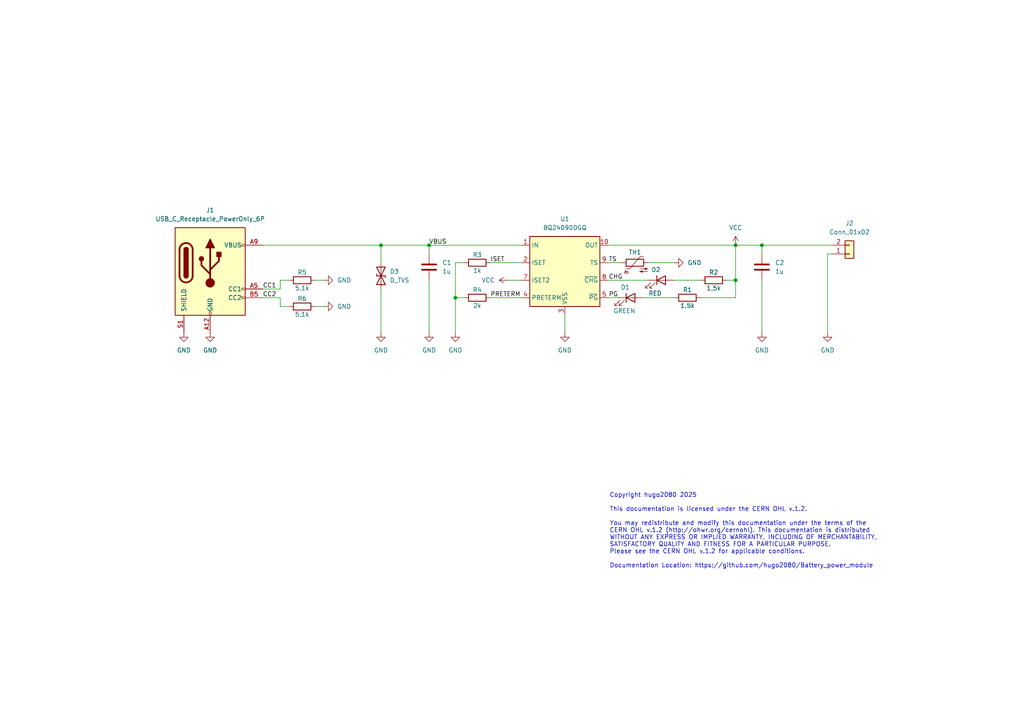
<source format=kicad_sch>
(kicad_sch (version 20250114) (generator "eeschema") (generator_version "9.0")
  (paper "A4")
  (title_block (title "Battery power module") (date "2025-11-26") (rev "1.0") (company "hugo2080"))
  (lib_symbols
    (symbol "Battery_Management:BQ24090DGQ"
      (property "Reference" "U" (at -9.398 13.462 0))
      (property "Value" "BQ24090DGQ" (at -3.81 11.43 0))
      (symbol "BQ24090DGQ_0_1"
        (rectangle (start -10.16 10.16) (end 10.16 -10.16) (stroke (width 0.254)) (fill (type background)))
      )
      (symbol "BQ24090DGQ_1_1"
        (pin power_in line (at -12.7 7.62 0) (length 2.54) (name "IN") (number "1"))
        (pin passive line (at -12.7 2.54 0) (length 2.54) (name "ISET") (number "2"))
        (pin passive line (at -12.7 -2.54 0) (length 2.54) (name "ISET2") (number "7"))
        (pin passive line (at -12.7 -7.62 0) (length 2.54) (name "PRETERM") (number "4"))
        (pin passive line (at 0 -12.7 90) (length 2.54) (hide yes) (name "VSS") (number "11"))
        (pin power_in line (at 0 -12.7 90) (length 2.54) (name "VSS") (number "3"))
        (pin no_connect line (at 5.08 -10.16 90) (length 2.54) (hide yes) (name "NC") (number "6"))
        (pin power_out line (at 12.7 7.62 180) (length 2.54) (name "OUT") (number "10"))
        (pin passive line (at 12.7 2.54 180) (length 2.54) (name "TS") (number "9"))
        (pin open_collector line (at 12.7 -2.54 180) (length 2.54) (name "~{CHG}") (number "8"))
        (pin open_collector line (at 12.7 -7.62 180) (length 2.54) (name "~{PG}") (number "5"))
      )
    )
    (symbol "Connector:USB_C_Receptacle_PowerOnly_6P" (pin_names (offset 1.016))
      (property "Reference" "J" (at 0 16.51 0))
      (property "Value" "USB_C_Receptacle_PowerOnly_6P" (at 0 13.97 0))
      (symbol "USB_C_Receptacle_PowerOnly_6P_0_0"
        (rectangle (start -0.254 -12.7) (end 0.254 -11.684))
        (rectangle (start 10.16 7.874) (end 9.144 7.366))
        (rectangle (start 10.16 -4.826) (end 9.144 -5.334))
        (rectangle (start 10.16 -7.366) (end 9.144 -7.874))
      )
      (symbol "USB_C_Receptacle_PowerOnly_6P_0_1"
        (rectangle (start -10.16 12.7) (end 10.16 -12.7) (stroke (width 0.254)) (fill (type background)))
        (polyline (pts (xy -8.89 -1.27) (xy -8.89 6.35)) (stroke (width 0.508)))
        (rectangle (start -7.62 -1.27) (end -6.35 6.35) (stroke (width 0.254)) (fill (type outline)))
        (arc (start -7.62 6.35) (mid -6.985 6.9823) (end -6.35 6.35) (stroke (width 0.254)))
        (arc (start -7.62 6.35) (mid -6.985 6.9823) (end -6.35 6.35) (stroke (width 0.254)) (fill (type outline)))
        (arc (start -8.89 6.35) (mid -6.985 8.2467) (end -5.08 6.35) (stroke (width 0.508)))
        (arc (start -5.08 -1.27) (mid -6.985 -3.1667) (end -8.89 -1.27) (stroke (width 0.508)))
        (arc (start -6.35 -1.27) (mid -6.985 -1.9023) (end -7.62 -1.27) (stroke (width 0.254)))
        (arc (start -6.35 -1.27) (mid -6.985 -1.9023) (end -7.62 -1.27) (stroke (width 0.254)) (fill (type outline)))
        (polyline (pts (xy -5.08 6.35) (xy -5.08 -1.27)) (stroke (width 0.508)))
        (circle (center -2.54 3.683) (radius 0.635) (stroke (width 0.254)) (fill (type outline)))
        (polyline (pts (xy -1.27 6.858) (xy 0 9.398) (xy 1.27 6.858) (xy -1.27 6.858)) (stroke (width 0.254)) (fill (type outline)))
        (polyline (pts (xy 0 0.508) (xy 2.54 3.048) (xy 2.54 4.318)) (stroke (width 0.508)))
        (polyline (pts (xy 0 -0.762) (xy -2.54 1.778) (xy -2.54 3.048)) (stroke (width 0.508)))
        (polyline (pts (xy 0 -3.302) (xy 0 6.858)) (stroke (width 0.508)))
        (circle (center 0 -3.302) (radius 1.27) (fill (type outline)))
        (rectangle (start 1.905 4.318) (end 3.175 5.588) (stroke (width 0.254)) (fill (type outline)))
      )
      (symbol "USB_C_Receptacle_PowerOnly_6P_1_1"
        (pin passive line (at -7.62 -17.78 90) (length 5.08) (name "SHIELD") (number "S1"))
        (pin passive line (at 0 -17.78 90) (length 5.08) (name "GND") (number "A12"))
        (pin passive line (at 0 -17.78 90) (length 5.08) (hide yes) (name "GND") (number "B12"))
        (pin passive line (at 15.24 7.62 180) (length 5.08) (name "VBUS") (number "A9"))
        (pin passive line (at 15.24 7.62 180) (length 5.08) (hide yes) (name "VBUS") (number "B9"))
        (pin bidirectional line (at 15.24 -5.08 180) (length 5.08) (name "CC1") (number "A5"))
        (pin bidirectional line (at 15.24 -7.62 180) (length 5.08) (name "CC2") (number "B5"))
      )
    )
    (symbol "Connector_Generic:Conn_01x02" (pin_names (offset 1.016) (hide yes))
      (property "Reference" "J" (at 0 2.54 0))
      (property "Value" "Conn_01x02" (at 0 -5.08 0))
      (symbol "Conn_01x02_1_1"
        (rectangle (start -1.27 1.27) (end 1.27 -3.81) (stroke (width 0.254)) (fill (type background)))
        (rectangle (start -1.27 0.127) (end 0 -0.127) (stroke (width 0.1524)))
        (rectangle (start -1.27 -2.413) (end 0 -2.667) (stroke (width 0.1524)))
        (pin passive line (at -5.08 0 0) (length 3.81) (name "Pin_1") (number "1"))
        (pin passive line (at -5.08 -2.54 0) (length 3.81) (name "Pin_2") (number "2"))
      )
    )
    (symbol "Device:C" (pin_numbers (hide yes)) (pin_names (offset 0.254))
      (property "Reference" "C" (at 0.635 2.54 0))
      (property "Value" "C" (at 0.635 -2.54 0))
      (symbol "C_0_1"
        (polyline (pts (xy -2.032 0.762) (xy 2.032 0.762)) (stroke (width 0.508)))
        (polyline (pts (xy -2.032 -0.762) (xy 2.032 -0.762)) (stroke (width 0.508)))
      )
      (symbol "C_1_1"
        (pin passive line (at 0 3.81 270) (length 2.794) (name "~") (number "1"))
        (pin passive line (at 0 -3.81 90) (length 2.794) (name "~") (number "2"))
      )
    )
    (symbol "Device:D_TVS" (pin_numbers (hide yes)) (pin_names (offset 1.016) (hide yes))
      (property "Reference" "D" (at 0 2.54 0))
      (property "Value" "D_TVS" (at 0 -2.54 0))
      (symbol "D_TVS_0_1"
        (polyline (pts (xy -2.54 1.27) (xy -2.54 -1.27) (xy 2.54 1.27) (xy 2.54 -1.27) (xy -2.54 1.27)) (stroke (width 0.254)))
        (polyline (pts (xy 0.508 1.27) (xy 0 1.27) (xy 0 -1.27) (xy -0.508 -1.27)) (stroke (width 0.254)))
        (polyline (pts (xy 1.27 0) (xy -1.27 0)))
      )
      (symbol "D_TVS_1_1"
        (pin passive line (at -3.81 0 0) (length 2.54) (name "A1") (number "1"))
        (pin passive line (at 3.81 0 180) (length 2.54) (name "A2") (number "2"))
      )
    )
    (symbol "Device:LED" (pin_numbers (hide yes)) (pin_names (offset 1.016) (hide yes))
      (property "Reference" "D" (at 0 2.54 0))
      (property "Value" "LED" (at 0 -2.54 0))
      (symbol "LED_0_1"
        (polyline (pts (xy -3.048 -0.762) (xy -4.572 -2.286) (xy -3.81 -2.286) (xy -4.572 -2.286) (xy -4.572 -1.524)))
        (polyline (pts (xy -1.778 -0.762) (xy -3.302 -2.286) (xy -2.54 -2.286) (xy -3.302 -2.286) (xy -3.302 -1.524)))
        (polyline (pts (xy -1.27 0) (xy 1.27 0)))
        (polyline (pts (xy -1.27 -1.27) (xy -1.27 1.27)) (stroke (width 0.254)))
        (polyline (pts (xy 1.27 -1.27) (xy 1.27 1.27) (xy -1.27 0) (xy 1.27 -1.27)) (stroke (width 0.254)))
      )
      (symbol "LED_1_1"
        (pin passive line (at -3.81 0 0) (length 2.54) (name "K") (number "1"))
        (pin passive line (at 3.81 0 180) (length 2.54) (name "A") (number "2"))
      )
    )
    (symbol "Device:R" (pin_numbers (hide yes)) (pin_names (offset 0))
      (property "Reference" "R" (at 2.032 0 90))
      (property "Value" "R" (at 0 0 90))
      (symbol "R_0_1"
        (rectangle (start -1.016 -2.54) (end 1.016 2.54) (stroke (width 0.254)))
      )
      (symbol "R_1_1"
        (pin passive line (at 0 3.81 270) (length 1.27) (name "~") (number "1"))
        (pin passive line (at 0 -3.81 90) (length 1.27) (name "~") (number "2"))
      )
    )
    (symbol "Device:Thermistor_NTC" (pin_numbers (hide yes)) (pin_names (offset 0))
      (property "Reference" "TH" (at -4.445 0 90))
      (property "Value" "Thermistor_NTC" (at 3.175 0 90))
      (symbol "Thermistor_NTC_0_1"
        (arc (start -3.175 2.413) (mid -3.0506 2.3165) (end -3.048 2.159))
        (arc (start -3.048 2.794) (mid -2.9736 2.9736) (end -2.794 3.048))
        (arc (start -2.794 3.048) (mid -2.6144 2.9736) (end -2.54 2.794))
        (arc (start -2.794 2.54) (mid -2.9736 2.6144) (end -3.048 2.794))
        (arc (start -2.794 1.905) (mid -2.9736 1.9794) (end -3.048 2.159))
        (arc (start -2.54 2.159) (mid -2.6144 1.9794) (end -2.794 1.905))
        (arc (start -2.159 2.794) (mid -2.434 2.5608) (end -2.794 2.54))
        (polyline (pts (xy -2.54 2.159) (xy -2.54 2.794)))
        (polyline (pts (xy -2.54 -3.683) (xy -2.54 -1.397) (xy -2.794 -2.159) (xy -2.286 -2.159) (xy -2.54 -1.397) (xy -2.54 -1.651)) (fill (type outline)))
        (polyline (pts (xy -1.778 2.54) (xy -1.778 1.524) (xy 1.778 -1.524) (xy 1.778 -2.54)))
        (polyline (pts (xy -1.778 -1.397) (xy -1.778 -3.683) (xy -2.032 -2.921) (xy -1.524 -2.921) (xy -1.778 -3.683) (xy -1.778 -3.429)) (fill (type outline)))
        (rectangle (start -1.016 2.54) (end 1.016 -2.54) (stroke (width 0.254)))
      )
      (symbol "Thermistor_NTC_1_1"
        (pin passive line (at 0 3.81 270) (length 1.27) (name "~") (number "1"))
        (pin passive line (at 0 -3.81 90) (length 1.27) (name "~") (number "2"))
      )
    )
    (symbol "power:GND" (power) (pin_numbers (hide yes)) (pin_names (offset 0) (hide yes))
      (property "Value" "GND" (at 0 -3.81 0))
      (symbol "GND_0_1"
        (polyline (pts (xy 0 0) (xy 0 -1.27) (xy 1.27 -1.27) (xy 0 -2.54) (xy -1.27 -1.27) (xy 0 -1.27)))
      )
      (symbol "GND_1_1"
        (pin power_in line (at 0 0 270) (length 0) (name "~") (number "1"))
      )
    )
    (symbol "power:VCC" (power) (pin_numbers (hide yes)) (pin_names (offset 0) (hide yes))
      (property "Value" "VCC" (at 0 3.556 0))
      (symbol "VCC_0_1"
        (polyline (pts (xy -0.762 1.27) (xy 0 2.54)))
        (polyline (pts (xy 0 2.54) (xy 0.762 1.27)))
        (polyline (pts (xy 0 0) (xy 0 2.54)))
      )
      (symbol "VCC_1_1"
        (pin power_in line (at 0 0 90) (length 0) (name "~") (number "1"))
      )
    )
  )
  (text "Copyright hugo2080 2025 \n\nThis documentation is licensed under the CERN OHL v.1.2.\n\nYou may redistribute and modify this documentation under the terms of the \nCERN OHL v.1.2 (http://ohwr.org/cernohl). This documentation is distributed \nWITHOUT ANY EXPRESS OR IMPLIED WARRANTY, INCLUDING OF MERCHANTABILITY, \nSATISFACTORY QUALITY AND FITNESS FOR A PARTICULAR PURPOSE. \nPlease see the CERN OHL v.1.2 for applicable conditions.\n\nDocumentation Location: https://github.com/hugo2080/Battery_power_module" (at 176.784 153.924 0) (effects (font (size 1.27 1.27)) (justify left)))
  (junction (at 132.08 86.36))
  (junction (at 213.36 81.28))
  (junction (at 110.49 71.12))
  (junction (at 124.46 71.12))
  (junction (at 220.98 71.12))
  (junction (at 213.36 71.12))
  (wire (pts (xy 91.44 88.9) (xy 93.98 88.9)))
  (wire (pts (xy 176.53 71.12) (xy 213.36 71.12)))
  (wire (pts (xy 76.2 71.12) (xy 110.49 71.12)))
  (wire (pts (xy 76.2 86.36) (xy 81.28 86.36)))
  (wire (pts (xy 132.08 76.2) (xy 134.62 76.2)))
  (wire (pts (xy 110.49 71.12) (xy 124.46 71.12)))
  (wire (pts (xy 176.53 76.2) (xy 180.34 76.2)))
  (wire (pts (xy 132.08 86.36) (xy 132.08 96.52)))
  (wire (pts (xy 195.58 86.36) (xy 186.69 86.36)))
  (wire (pts (xy 76.2 83.82) (xy 81.28 83.82)))
  (wire (pts (xy 220.98 71.12) (xy 220.98 73.66)))
  (wire (pts (xy 142.24 86.36) (xy 151.13 86.36)))
  (wire (pts (xy 220.98 71.12) (xy 241.3 71.12)))
  (wire (pts (xy 110.49 83.82) (xy 110.49 96.52)))
  (wire (pts (xy 213.36 81.28) (xy 210.82 81.28)))
  (wire (pts (xy 132.08 86.36) (xy 132.08 76.2)))
  (wire (pts (xy 81.28 86.36) (xy 81.28 88.9)))
  (wire (pts (xy 91.44 81.28) (xy 93.98 81.28)))
  (wire (pts (xy 110.49 71.12) (xy 110.49 76.2)))
  (wire (pts (xy 147.32 81.28) (xy 151.13 81.28)))
  (wire (pts (xy 124.46 81.28) (xy 124.46 96.52)))
  (wire (pts (xy 124.46 73.66) (xy 124.46 71.12)))
  (wire (pts (xy 213.36 71.12) (xy 213.36 81.28)))
  (wire (pts (xy 124.46 71.12) (xy 151.13 71.12)))
  (wire (pts (xy 176.53 81.28) (xy 187.96 81.28)))
  (wire (pts (xy 132.08 86.36) (xy 134.62 86.36)))
  (wire (pts (xy 240.03 73.66) (xy 240.03 96.52)))
  (wire (pts (xy 220.98 81.28) (xy 220.98 96.52)))
  (wire (pts (xy 81.28 83.82) (xy 81.28 81.28)))
  (wire (pts (xy 81.28 88.9) (xy 83.82 88.9)))
  (wire (pts (xy 163.83 91.44) (xy 163.83 96.52)))
  (wire (pts (xy 213.36 86.36) (xy 213.36 81.28)))
  (wire (pts (xy 187.96 76.2) (xy 195.58 76.2)))
  (wire (pts (xy 81.28 81.28) (xy 83.82 81.28)))
  (wire (pts (xy 213.36 71.12) (xy 220.98 71.12)))
  (wire (pts (xy 203.2 86.36) (xy 213.36 86.36)))
  (wire (pts (xy 240.03 73.66) (xy 241.3 73.66)))
  (wire (pts (xy 176.53 86.36) (xy 179.07 86.36)))
  (wire (pts (xy 195.58 81.28) (xy 203.2 81.28)))
  (wire (pts (xy 142.24 76.2) (xy 151.13 76.2)))
  (label "CC2" (at 76.2 86.36 0))
  (label "TS" (at 176.53 76.2 0))
  (label "ISET" (at 142.24 76.2 0))
  (label "PRETERM" (at 142.24 86.36 0))
  (label "CHG" (at 176.53 81.28 0))
  (label "PG" (at 176.53 86.36 0))
  (label "VBUS" (at 124.46 71.12 0))
  (label "CC1" (at 76.2 83.82 0))
  (symbol (lib_id "Device:R") (at 207.01 81.28 90) (unit 1)
    (property "Reference" "R2" (at 207.01 78.994 90))
    (property "Value" "1,5k" (at 207.01 83.566 90))
    (property "Footprint" "Resistor_SMD:R_0603_1608Metric" (effects (hide yes)))
    (property "Description" "Resistor" (effects (hide yes)))
  )
  (symbol (lib_id "power:GND") (at 53.34 96.52 0) (unit 1)
    (property "Reference" "#PWR01" (effects (hide yes)))
    (property "Value" "GND" (at 53.34 101.6 0))
    (property "Description" "Power symbol creates a global label with name \"GND\" , ground" (effects (hide yes)))
  )
  (symbol (lib_id "Device:R") (at 138.43 86.36 90) (unit 1)
    (property "Reference" "R4" (at 138.43 84.074 90))
    (property "Value" "2k" (at 138.43 88.646 90))
    (property "Footprint" "Resistor_SMD:R_0603_1608Metric" (effects (hide yes)))
    (property "Description" "Resistor" (effects (hide yes)))
  )
  (symbol (lib_id "power:VCC") (at 213.36 71.12 0) (unit 1)
    (property "Reference" "#PWR04" (effects (hide yes)))
    (property "Value" "VCC" (at 213.36 66.04 0))
    (property "Description" "Power symbol creates a global label with name \"VCC\"" (effects (hide yes)))
  )
  (symbol (lib_id "Device:D_TVS") (at 110.49 80.01 90) (unit 1)
    (property "Reference" "D3" (at 113.03 78.7399 90) (effects (justify right)))
    (property "Value" "D_TVS" (at 113.03 81.2799 90) (effects (justify right)))
    (property "Footprint" "Diode_SMD:D_SMB" (effects (hide yes)))
    (property "Description" "Bidirectional transient-voltage-suppression diode" (effects (hide yes)))
  )
  (symbol (lib_id "Connector_Generic:Conn_01x02") (at 246.38 73.66 0) (mirror x) (unit 1)
    (property "Reference" "J2" (at 246.38 64.77 0))
    (property "Value" "Conn_01x02" (at 246.38 67.31 0))
    (property "Footprint" "Connector_JST:JST_PH_B2B-PH-K_1x02_P2.00mm_Vertical" (effects (hide yes)))
    (property "Description" "Generic connector, single row, 01x02, script generated (kicad-library-utils/schlib/autogen/connector/)" (effects (hide yes)))
  )
  (symbol (lib_id "power:GND") (at 93.98 88.9 90) (unit 1)
    (property "Reference" "#PWR010" (effects (hide yes)))
    (property "Value" "GND" (at 97.79 88.8999 90) (effects (justify right)))
    (property "Description" "Power symbol creates a global label with name \"GND\" , ground" (effects (hide yes)))
  )
  (symbol (lib_id "power:GND") (at 240.03 96.52 0) (unit 1)
    (property "Reference" "#PWR012" (effects (hide yes)))
    (property "Value" "GND" (at 240.03 101.6 0))
    (property "Description" "Power symbol creates a global label with name \"GND\" , ground" (effects (hide yes)))
  )
  (symbol (lib_id "Device:C") (at 124.46 77.47 0) (unit 1)
    (property "Reference" "C1" (at 128.27 76.1999 0) (effects (justify left)))
    (property "Value" "1u" (at 128.27 78.7399 0) (effects (justify left)))
    (property "Footprint" "Capacitor_SMD:C_0603_1608Metric" (effects (hide yes)))
    (property "Description" "Unpolarized capacitor" (effects (hide yes)))
  )
  (symbol (lib_id "Device:R") (at 138.43 76.2 90) (unit 1)
    (property "Reference" "R3" (at 138.43 73.914 90))
    (property "Value" "1k" (at 138.43 78.486 90))
    (property "Footprint" "Resistor_SMD:R_0603_1608Metric" (effects (hide yes)))
    (property "Description" "Resistor" (effects (hide yes)))
  )
  (symbol (lib_id "power:GND") (at 93.98 81.28 90) (unit 1)
    (property "Reference" "#PWR09" (effects (hide yes)))
    (property "Value" "GND" (at 97.79 81.2799 90) (effects (justify right)))
    (property "Description" "Power symbol creates a global label with name \"GND\" , ground" (effects (hide yes)))
  )
  (symbol (lib_id "Device:LED") (at 191.77 81.28 0) (unit 1)
    (property "Reference" "D2" (at 190.246 78.232 0))
    (property "Value" "RED" (at 189.992 85.09 0))
    (property "Footprint" "LED_SMD:LED_0805_2012Metric" (effects (hide yes)))
    (property "Description" "Light emitting diode" (effects (hide yes)))
    (property "Sim.Pins" "1=K 2=A" (effects (hide yes)))
  )
  (symbol (lib_id "Device:R") (at 87.63 88.9 90) (unit 1)
    (property "Reference" "R6" (at 87.63 86.614 90))
    (property "Value" "5,1k" (at 87.63 91.186 90))
    (property "Footprint" "Resistor_SMD:R_0603_1608Metric" (effects (hide yes)))
    (property "Description" "Resistor" (effects (hide yes)))
  )
  (symbol (lib_id "power:GND") (at 110.49 96.52 0) (unit 1)
    (property "Reference" "#PWR013" (effects (hide yes)))
    (property "Value" "GND" (at 110.49 101.6 0))
    (property "Description" "Power symbol creates a global label with name \"GND\" , ground" (effects (hide yes)))
  )
  (symbol (lib_id "Device:R") (at 87.63 81.28 90) (unit 1)
    (property "Reference" "R5" (at 87.63 78.994 90))
    (property "Value" "5,1k" (at 87.63 83.566 90))
    (property "Footprint" "Resistor_SMD:R_0603_1608Metric" (effects (hide yes)))
    (property "Description" "Resistor" (effects (hide yes)))
  )
  (symbol (lib_id "power:GND") (at 60.96 96.52 0) (unit 1)
    (property "Reference" "#PWR02" (effects (hide yes)))
    (property "Value" "GND" (at 60.96 101.6 0))
    (property "Description" "Power symbol creates a global label with name \"GND\" , ground" (effects (hide yes)))
  )
  (symbol (lib_id "power:GND") (at 163.83 96.52 0) (unit 1)
    (property "Reference" "#PWR03" (effects (hide yes)))
    (property "Value" "GND" (at 163.83 101.6 0))
    (property "Description" "Power symbol creates a global label with name \"GND\" , ground" (effects (hide yes)))
  )
  (symbol (lib_id "Connector:USB_C_Receptacle_PowerOnly_6P") (at 60.96 78.74 0) (unit 1)
    (property "Reference" "J1" (at 60.96 60.96 0))
    (property "Value" "USB_C_Receptacle_PowerOnly_6P" (at 60.96 63.5 0))
    (property "Footprint" "Connector_USB:USB_C_Receptacle_GCT_USB4125-xx-x-0190_6P_TopMnt_Horizontal" (effects (hide yes)))
    (property "Datasheet" "https://www.usb.org/sites/default/files/documents/usb_type-c.zip" (effects (hide yes)))
    (property "Description" "USB Power-Only 6P Type-C Receptacle connector" (effects (hide yes)))
  )
  (symbol (lib_id "Device:LED") (at 182.88 86.36 0) (unit 1)
    (property "Reference" "D1" (at 181.356 83.312 0))
    (property "Value" "GREEN" (at 181.102 90.17 0))
    (property "Footprint" "LED_SMD:LED_0805_2012Metric" (effects (hide yes)))
    (property "Description" "Light emitting diode" (effects (hide yes)))
    (property "Sim.Pins" "1=K 2=A" (effects (hide yes)))
  )
  (symbol (lib_id "Device:C") (at 220.98 77.47 0) (unit 1)
    (property "Reference" "C2" (at 224.79 76.1999 0) (effects (justify left)))
    (property "Value" "1u" (at 224.79 78.7399 0) (effects (justify left)))
    (property "Footprint" "Capacitor_SMD:C_0603_1608Metric" (effects (hide yes)))
    (property "Description" "Unpolarized capacitor" (effects (hide yes)))
  )
  (symbol (lib_id "Device:Thermistor_NTC") (at 184.15 76.2 90) (unit 1)
    (property "Reference" "TH1" (at 184.15 73.152 90))
    (property "Value" "Thermistor_NTC" (effects (hide yes)))
    (property "Footprint" "Resistor_THT:R_Axial_DIN0207_L6.3mm_D2.5mm_P2.54mm_Vertical" (effects (hide yes)))
    (property "Description" "Temperature dependent resistor, negative temperature coefficient" (effects (hide yes)))
  )
  (symbol (lib_id "power:VCC") (at 147.32 81.28 90) (unit 1)
    (property "Reference" "#PWR05" (effects (hide yes)))
    (property "Value" "VCC" (at 143.51 81.2799 90) (effects (justify left)))
    (property "Description" "Power symbol creates a global label with name \"VCC\"" (effects (hide yes)))
  )
  (symbol (lib_id "power:GND") (at 220.98 96.52 0) (unit 1)
    (property "Reference" "#PWR08" (effects (hide yes)))
    (property "Value" "GND" (at 220.98 101.6 0))
    (property "Description" "Power symbol creates a global label with name \"GND\" , ground" (effects (hide yes)))
  )
  (symbol (lib_id "Battery_Management:BQ24090DGQ") (at 163.83 78.74 0) (unit 1)
    (property "Reference" "U1" (at 163.83 63.5 0))
    (property "Value" "BQ24090DGQ" (at 163.83 66.04 0))
    (property "Footprint" "Package_SO:HVSSOP-10-1EP_3x3mm_P0.5mm_EP1.57x1.88mm_ThermalVias" (effects (hide yes)))
    (property "Datasheet" "http://www.ti.com/lit/ds/symlink/bq24090.pdf" (effects (hide yes)))
    (property "Description" "1A, Single-Input, SingleCell Li-Ion and Li-Pol BatteryCharger, HVSSOP-10" (effects (hide yes)))
  )
  (symbol (lib_id "power:GND") (at 124.46 96.52 0) (unit 1)
    (property "Reference" "#PWR011" (effects (hide yes)))
    (property "Value" "GND" (at 124.46 101.6 0))
    (property "Description" "Power symbol creates a global label with name \"GND\" , ground" (effects (hide yes)))
  )
  (symbol (lib_id "power:GND") (at 132.08 96.52 0) (unit 1)
    (property "Reference" "#PWR06" (effects (hide yes)))
    (property "Value" "GND" (at 132.08 101.6 0))
    (property "Description" "Power symbol creates a global label with name \"GND\" , ground" (effects (hide yes)))
  )
  (symbol (lib_id "Device:R") (at 199.39 86.36 90) (unit 1)
    (property "Reference" "R1" (at 199.39 84.074 90))
    (property "Value" "1,5k" (at 199.39 88.646 90))
    (property "Footprint" "Resistor_SMD:R_0603_1608Metric" (effects (hide yes)))
    (property "Description" "Resistor" (effects (hide yes)))
  )
  (symbol (lib_id "power:GND") (at 195.58 76.2 90) (unit 1)
    (property "Reference" "#PWR07" (effects (hide yes)))
    (property "Value" "GND" (at 199.39 76.1999 90) (effects (justify right)))
    (property "Description" "Power symbol creates a global label with name \"GND\" , ground" (effects (hide yes)))
  )
)
</source>
